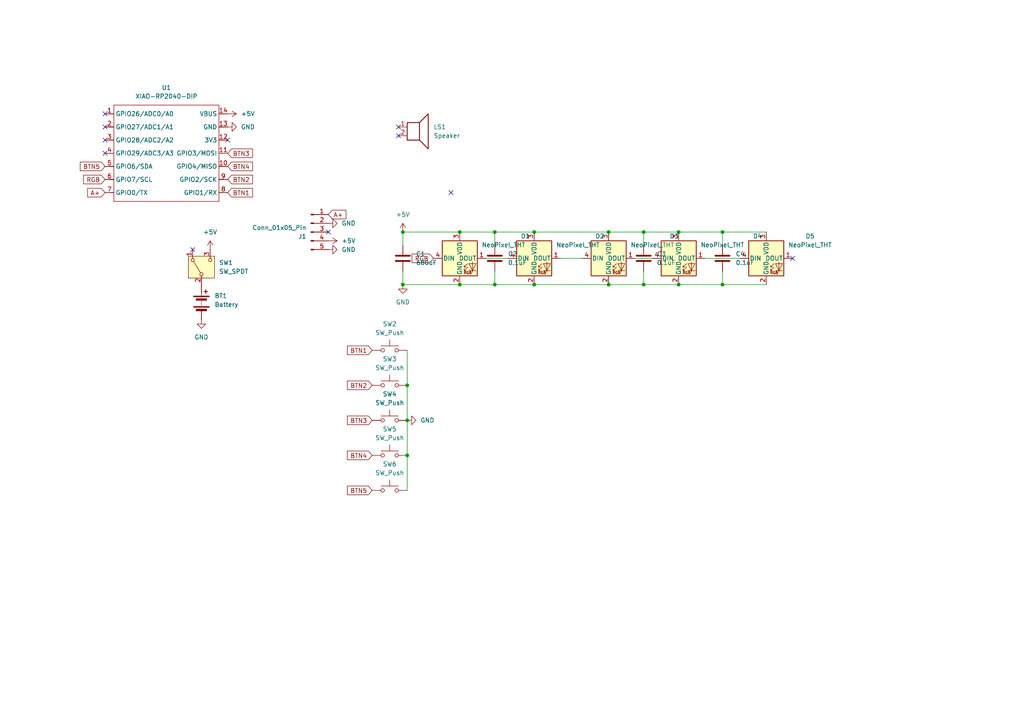
<source format=kicad_sch>
(kicad_sch (version 20250114) (generator "eeschema") (generator_version "9.0")
  (paper "A4")
  (lib_symbols
    (symbol "Connector:Conn_01x05_Pin" (pin_names (offset 1.016) (hide yes))
      (property "Reference" "J" (at 0 7.62 0))
      (property "Value" "Conn_01x05_Pin" (at 0 -7.62 0))
      (symbol "Conn_01x05_Pin_1_1"
        (rectangle (start 0.8636 5.207) (end 0 4.953) (stroke (width 0.1524)) (fill (type outline)))
        (rectangle (start 0.8636 2.667) (end 0 2.413) (stroke (width 0.1524)) (fill (type outline)))
        (rectangle (start 0.8636 0.127) (end 0 -0.127) (stroke (width 0.1524)) (fill (type outline)))
        (rectangle (start 0.8636 -2.413) (end 0 -2.667) (stroke (width 0.1524)) (fill (type outline)))
        (rectangle (start 0.8636 -4.953) (end 0 -5.207) (stroke (width 0.1524)) (fill (type outline)))
        (polyline (pts (xy 1.27 5.08) (xy 0.8636 5.08)) (stroke (width 0.1524)))
        (polyline (pts (xy 1.27 2.54) (xy 0.8636 2.54)) (stroke (width 0.1524)))
        (polyline (pts (xy 1.27 0) (xy 0.8636 0)) (stroke (width 0.1524)))
        (polyline (pts (xy 1.27 -2.54) (xy 0.8636 -2.54)) (stroke (width 0.1524)))
        (polyline (pts (xy 1.27 -5.08) (xy 0.8636 -5.08)) (stroke (width 0.1524)))
        (pin passive line (at 5.08 5.08 180) (length 3.81) (name "Pin_1") (number "1"))
        (pin passive line (at 5.08 2.54 180) (length 3.81) (name "Pin_2") (number "2"))
        (pin passive line (at 5.08 0 180) (length 3.81) (name "Pin_3") (number "3"))
        (pin passive line (at 5.08 -2.54 180) (length 3.81) (name "Pin_4") (number "4"))
        (pin passive line (at 5.08 -5.08 180) (length 3.81) (name "Pin_5") (number "5"))
      )
    )
    (symbol "Device:Battery" (pin_numbers (hide yes)) (pin_names (offset 0) (hide yes))
      (property "Reference" "BT" (at 2.54 2.54 0))
      (property "Value" "Battery" (at 2.54 0 0))
      (symbol "Battery_0_1"
        (rectangle (start -2.286 1.778) (end 2.286 1.524) (fill (type outline)))
        (rectangle (start -2.286 -1.27) (end 2.286 -1.524) (fill (type outline)))
        (rectangle (start -1.524 1.016) (end 1.524 0.508) (fill (type outline)))
        (rectangle (start -1.524 -2.032) (end 1.524 -2.54) (fill (type outline)))
        (polyline (pts (xy 0 1.778) (xy 0 2.54)))
        (polyline (pts (xy 0 0) (xy 0 0.254)))
        (polyline (pts (xy 0 -0.508) (xy 0 -0.254)))
        (polyline (pts (xy 0 -1.016) (xy 0 -0.762)))
        (polyline (pts (xy 0.762 3.048) (xy 1.778 3.048)) (stroke (width 0.254)))
        (polyline (pts (xy 1.27 3.556) (xy 1.27 2.54)) (stroke (width 0.254)))
      )
      (symbol "Battery_1_1"
        (pin passive line (at 0 5.08 270) (length 2.54) (name "+") (number "1"))
        (pin passive line (at 0 -5.08 90) (length 2.54) (name "-") (number "2"))
      )
    )
    (symbol "Device:C" (pin_numbers (hide yes)) (pin_names (offset 0.254))
      (property "Reference" "C" (at 0.635 2.54 0))
      (property "Value" "C" (at 0.635 -2.54 0))
      (symbol "C_0_1"
        (polyline (pts (xy -2.032 0.762) (xy 2.032 0.762)) (stroke (width 0.508)))
        (polyline (pts (xy -2.032 -0.762) (xy 2.032 -0.762)) (stroke (width 0.508)))
      )
      (symbol "C_1_1"
        (pin passive line (at 0 3.81 270) (length 2.794) (name "~") (number "1"))
        (pin passive line (at 0 -3.81 90) (length 2.794) (name "~") (number "2"))
      )
    )
    (symbol "Device:Speaker" (pin_names (offset 0) (hide yes))
      (property "Reference" "LS" (at 1.27 5.715 0))
      (property "Value" "Speaker" (at 1.27 3.81 0))
      (symbol "Speaker_0_0"
        (rectangle (start -2.54 1.27) (end 1.016 -3.81) (stroke (width 0.254)))
        (polyline (pts (xy 1.016 1.27) (xy 3.556 3.81) (xy 3.556 -6.35) (xy 1.016 -3.81)) (stroke (width 0.254)))
      )
      (symbol "Speaker_1_1"
        (pin input line (at -5.08 0 0) (length 2.54) (name "1") (number "1"))
        (pin input line (at -5.08 -2.54 0) (length 2.54) (name "2") (number "2"))
      )
    )
    (symbol "LED:NeoPixel_THT" (pin_names (offset 0.254))
      (property "Reference" "D" (at 5.08 5.715 0))
      (property "Value" "NeoPixel_THT" (at 1.27 -5.715 0))
      (symbol "NeoPixel_THT_0_0"
        (text "RGB" (at 2.286 -4.191 0) (effects (font (size 0.762 0.762))))
      )
      (symbol "NeoPixel_THT_0_1"
        (polyline (pts (xy 1.27 -2.54) (xy 1.778 -2.54)))
        (polyline (pts (xy 1.27 -3.556) (xy 1.778 -3.556)))
        (polyline (pts (xy 2.286 -1.524) (xy 1.27 -2.54) (xy 1.27 -2.032)))
        (polyline (pts (xy 2.286 -2.54) (xy 1.27 -3.556) (xy 1.27 -3.048)))
        (polyline (pts (xy 3.683 -1.016) (xy 3.683 -3.556) (xy 3.683 -4.064)))
        (polyline (pts (xy 4.699 -1.524) (xy 2.667 -1.524) (xy 3.683 -3.556) (xy 4.699 -1.524)))
        (polyline (pts (xy 4.699 -3.556) (xy 2.667 -3.556)))
        (rectangle (start 5.08 5.08) (end -5.08 -5.08) (stroke (width 0.254)) (fill (type background)))
      )
      (symbol "NeoPixel_THT_1_1"
        (pin input line (at -7.62 0 0) (length 2.54) (name "DIN") (number "4"))
        (pin power_in line (at 0 7.62 270) (length 2.54) (name "VDD") (number "3"))
        (pin power_in line (at 0 -7.62 90) (length 2.54) (name "GND") (number "2"))
        (pin output line (at 7.62 0 180) (length 2.54) (name "DOUT") (number "1"))
      )
    )
    (symbol "Seeed_Studio_XIAO_Series:XIAO-RP2040-DIP"
      (property "Reference" "U" (at 0 0 0))
      (property "Value" "XIAO-RP2040-DIP" (at 5.334 -1.778 0))
      (symbol "XIAO-RP2040-DIP_1_0"
        (polyline (pts (xy -1.27 -2.54) (xy 29.21 -2.54)) (stroke (width 0.1524)))
        (polyline (pts (xy -1.27 -5.08) (xy -2.54 -5.08)) (stroke (width 0.1524)))
        (polyline (pts (xy -1.27 -5.08) (xy -1.27 -2.54)) (stroke (width 0.1524)))
        (polyline (pts (xy -1.27 -8.89) (xy -2.54 -8.89)) (stroke (width 0.1524)))
        (polyline (pts (xy -1.27 -8.89) (xy -1.27 -5.08)) (stroke (width 0.1524)))
        (polyline (pts (xy -1.27 -12.7) (xy -2.54 -12.7)) (stroke (width 0.1524)))
        (polyline (pts (xy -1.27 -12.7) (xy -1.27 -8.89)) (stroke (width 0.1524)))
        (polyline (pts (xy -1.27 -16.51) (xy -2.54 -16.51)) (stroke (width 0.1524)))
        (polyline (pts (xy -1.27 -16.51) (xy -1.27 -12.7)) (stroke (width 0.1524)))
        (polyline (pts (xy -1.27 -20.32) (xy -2.54 -20.32)) (stroke (width 0.1524)))
        (polyline (pts (xy -1.27 -24.13) (xy -2.54 -24.13)) (stroke (width 0.1524)))
        (polyline (pts (xy -1.27 -27.94) (xy -2.54 -27.94)) (stroke (width 0.1524)))
        (polyline (pts (xy -1.27 -30.48) (xy -1.27 -16.51)) (stroke (width 0.1524)))
        (polyline (pts (xy 29.21 -2.54) (xy 29.21 -5.08)) (stroke (width 0.1524)))
        (polyline (pts (xy 29.21 -5.08) (xy 29.21 -8.89)) (stroke (width 0.1524)))
        (polyline (pts (xy 29.21 -8.89) (xy 29.21 -12.7)) (stroke (width 0.1524)))
        (polyline (pts (xy 29.21 -12.7) (xy 29.21 -30.48)) (stroke (width 0.1524)))
        (polyline (pts (xy 29.21 -30.48) (xy -1.27 -30.48)) (stroke (width 0.1524)))
        (polyline (pts (xy 30.48 -5.08) (xy 29.21 -5.08)) (stroke (width 0.1524)))
        (polyline (pts (xy 30.48 -8.89) (xy 29.21 -8.89)) (stroke (width 0.1524)))
        (polyline (pts (xy 30.48 -12.7) (xy 29.21 -12.7)) (stroke (width 0.1524)))
        (polyline (pts (xy 30.48 -16.51) (xy 29.21 -16.51)) (stroke (width 0.1524)))
        (polyline (pts (xy 30.48 -20.32) (xy 29.21 -20.32)) (stroke (width 0.1524)))
        (polyline (pts (xy 30.48 -24.13) (xy 29.21 -24.13)) (stroke (width 0.1524)))
        (polyline (pts (xy 30.48 -27.94) (xy 29.21 -27.94)) (stroke (width 0.1524)))
        (pin passive line (at -3.81 -5.08 0) (length 2.54) (name "GPIO26/ADC0/A0") (number "1"))
        (pin passive line (at -3.81 -8.89 0) (length 2.54) (name "GPIO27/ADC1/A1") (number "2"))
        (pin passive line (at -3.81 -12.7 0) (length 2.54) (name "GPIO28/ADC2/A2") (number "3"))
        (pin passive line (at -3.81 -16.51 0) (length 2.54) (name "GPIO29/ADC3/A3") (number "4"))
        (pin passive line (at -3.81 -20.32 0) (length 2.54) (name "GPIO6/SDA") (number "5"))
        (pin passive line (at -3.81 -24.13 0) (length 2.54) (name "GPIO7/SCL") (number "6"))
        (pin passive line (at -3.81 -27.94 0) (length 2.54) (name "GPIO0/TX") (number "7"))
        (pin passive line (at 31.75 -5.08 180) (length 2.54) (name "VBUS") (number "14"))
        (pin passive line (at 31.75 -8.89 180) (length 2.54) (name "GND") (number "13"))
        (pin passive line (at 31.75 -12.7 180) (length 2.54) (name "3V3") (number "12"))
        (pin passive line (at 31.75 -16.51 180) (length 2.54) (name "GPIO3/MOSI") (number "11"))
        (pin passive line (at 31.75 -20.32 180) (length 2.54) (name "GPIO4/MISO") (number "10"))
        (pin passive line (at 31.75 -24.13 180) (length 2.54) (name "GPIO2/SCK") (number "9"))
        (pin passive line (at 31.75 -27.94 180) (length 2.54) (name "GPIO1/RX") (number "8"))
      )
    )
    (symbol "Switch:SW_Push" (pin_numbers (hide yes)) (pin_names (offset 1.016) (hide yes))
      (property "Reference" "SW" (at 1.27 2.54 0))
      (property "Value" "SW_Push" (at 0 -1.524 0))
      (symbol "SW_Push_0_1"
        (circle (center -2.032 0) (radius 0.508))
        (polyline (pts (xy 0 1.27) (xy 0 3.048)))
        (circle (center 2.032 0) (radius 0.508))
        (polyline (pts (xy 2.54 1.27) (xy -2.54 1.27)))
        (pin passive line (at -5.08 0 0) (length 2.54) (name "1") (number "1"))
        (pin passive line (at 5.08 0 180) (length 2.54) (name "2") (number "2"))
      )
    )
    (symbol "Switch:SW_SPDT" (pin_names (offset 0) (hide yes))
      (property "Reference" "SW" (at 0 5.08 0))
      (property "Value" "SW_SPDT" (at 0 -5.08 0))
      (symbol "SW_SPDT_0_1"
        (circle (center -2.032 0) (radius 0.4572))
        (polyline (pts (xy -1.651 0.254) (xy 1.651 2.286)))
        (circle (center 2.032 2.54) (radius 0.4572))
        (circle (center 2.032 -2.54) (radius 0.4572))
      )
      (symbol "SW_SPDT_1_1"
        (rectangle (start -3.175 3.81) (end 3.175 -3.81) (fill (type background)))
        (pin passive line (at -5.08 0 0) (length 2.54) (name "B") (number "2"))
        (pin passive line (at 5.08 2.54 180) (length 2.54) (name "A") (number "1"))
        (pin passive line (at 5.08 -2.54 180) (length 2.54) (name "C") (number "3"))
      )
    )
    (symbol "power:+5V" (power) (pin_numbers (hide yes)) (pin_names (offset 0) (hide yes))
      (property "Value" "+5V" (at 0 3.556 0))
      (symbol "+5V_0_1"
        (polyline (pts (xy -0.762 1.27) (xy 0 2.54)))
        (polyline (pts (xy 0 2.54) (xy 0.762 1.27)))
        (polyline (pts (xy 0 0) (xy 0 2.54)))
      )
      (symbol "+5V_1_1"
        (pin power_in line (at 0 0 90) (length 0) (name "~") (number "1"))
      )
    )
    (symbol "power:GND" (power) (pin_numbers (hide yes)) (pin_names (offset 0) (hide yes))
      (property "Value" "GND" (at 0 -3.81 0))
      (symbol "GND_0_1"
        (polyline (pts (xy 0 0) (xy 0 -1.27) (xy 1.27 -1.27) (xy 0 -2.54) (xy -1.27 -1.27) (xy 0 -1.27)))
      )
      (symbol "GND_1_1"
        (pin power_in line (at 0 0 270) (length 0) (name "~") (number "1"))
      )
    )
  )
  (junction (at 133.35 82.55))
  (junction (at 118.11 132.08))
  (junction (at 143.51 67.31))
  (junction (at 209.55 82.55))
  (junction (at 196.85 67.31))
  (junction (at 176.53 82.55))
  (junction (at 118.11 121.92))
  (junction (at 116.84 67.31))
  (junction (at 143.51 82.55))
  (junction (at 133.35 67.31))
  (junction (at 186.69 82.55))
  (junction (at 176.53 67.31))
  (junction (at 154.94 82.55))
  (junction (at 186.69 67.31))
  (junction (at 154.94 67.31))
  (junction (at 116.84 82.55))
  (junction (at 209.55 67.31))
  (junction (at 118.11 111.76))
  (junction (at 196.85 82.55))
  (no_connect (at 130.81 55.88))
  (no_connect (at 30.48 40.64))
  (no_connect (at 55.88 72.39))
  (no_connect (at 95.25 67.31))
  (no_connect (at 30.48 33.02))
  (no_connect (at 229.87 74.93))
  (no_connect (at 115.57 36.83))
  (no_connect (at 30.48 36.83))
  (no_connect (at 115.57 39.37))
  (no_connect (at 66.04 40.64))
  (no_connect (at 30.48 44.45))
  (wire (pts (xy 143.51 82.55) (xy 154.94 82.55)))
  (wire (pts (xy 116.84 67.31) (xy 116.84 71.12)))
  (wire (pts (xy 186.69 67.31) (xy 186.69 71.12)))
  (wire (pts (xy 214.63 74.93) (xy 204.47 74.93)))
  (wire (pts (xy 143.51 67.31) (xy 143.51 71.12)))
  (wire (pts (xy 147.32 74.93) (xy 140.97 74.93)))
  (wire (pts (xy 209.55 67.31) (xy 222.25 67.31)))
  (wire (pts (xy 209.55 82.55) (xy 222.25 82.55)))
  (wire (pts (xy 118.11 111.76) (xy 118.11 121.92)))
  (wire (pts (xy 176.53 82.55) (xy 186.69 82.55)))
  (wire (pts (xy 186.69 78.74) (xy 186.69 82.55)))
  (wire (pts (xy 154.94 82.55) (xy 176.53 82.55)))
  (wire (pts (xy 133.35 82.55) (xy 143.51 82.55)))
  (wire (pts (xy 209.55 78.74) (xy 209.55 82.55)))
  (wire (pts (xy 118.11 121.92) (xy 118.11 132.08)))
  (wire (pts (xy 176.53 67.31) (xy 186.69 67.31)))
  (wire (pts (xy 209.55 67.31) (xy 209.55 71.12)))
  (wire (pts (xy 133.35 67.31) (xy 116.84 67.31)))
  (wire (pts (xy 118.11 101.6) (xy 118.11 111.76)))
  (wire (pts (xy 143.51 78.74) (xy 143.51 82.55)))
  (wire (pts (xy 118.11 132.08) (xy 118.11 142.24)))
  (wire (pts (xy 116.84 82.55) (xy 116.84 78.74)))
  (wire (pts (xy 133.35 82.55) (xy 116.84 82.55)))
  (wire (pts (xy 186.69 82.55) (xy 196.85 82.55)))
  (wire (pts (xy 196.85 67.31) (xy 209.55 67.31)))
  (wire (pts (xy 186.69 67.31) (xy 196.85 67.31)))
  (wire (pts (xy 143.51 67.31) (xy 154.94 67.31)))
  (wire (pts (xy 196.85 82.55) (xy 209.55 82.55)))
  (wire (pts (xy 133.35 67.31) (xy 143.51 67.31)))
  (wire (pts (xy 189.23 74.93) (xy 184.15 74.93)))
  (wire (pts (xy 154.94 67.31) (xy 176.53 67.31)))
  (wire (pts (xy 168.91 74.93) (xy 162.56 74.93)))
  (global_label "BTN2" (shape input) (at 107.95 111.76 180) (property "Intersheetrefs" "${INTERSHEET_REFS}" (effects (hide yes))))
  (global_label "BTN5" (shape input) (at 30.48 48.26 180) (property "Intersheetrefs" "${INTERSHEET_REFS}" (effects (hide yes))))
  (global_label "A+" (shape input) (at 95.25 62.23 0) (property "Intersheetrefs" "${INTERSHEET_REFS}" (effects (hide yes))))
  (global_label "BTN1" (shape input) (at 107.95 101.6 180) (property "Intersheetrefs" "${INTERSHEET_REFS}" (effects (hide yes))))
  (global_label "BTN4" (shape input) (at 107.95 132.08 180) (property "Intersheetrefs" "${INTERSHEET_REFS}" (effects (hide yes))))
  (global_label "RGB" (shape input) (at 30.48 52.07 180) (property "Intersheetrefs" "${INTERSHEET_REFS}" (effects (hide yes))))
  (global_label "BTN3" (shape input) (at 107.95 121.92 180) (property "Intersheetrefs" "${INTERSHEET_REFS}" (effects (hide yes))))
  (global_label "A+" (shape input) (at 30.48 55.88 180) (property "Intersheetrefs" "${INTERSHEET_REFS}" (effects (hide yes))))
  (global_label "BTN4" (shape input) (at 66.04 48.26 0) (property "Intersheetrefs" "${INTERSHEET_REFS}" (effects (hide yes))))
  (global_label "BTN3" (shape input) (at 66.04 44.45 0) (property "Intersheetrefs" "${INTERSHEET_REFS}" (effects (hide yes))))
  (global_label "BTN2" (shape input) (at 66.04 52.07 0) (property "Intersheetrefs" "${INTERSHEET_REFS}" (effects (hide yes))))
  (global_label "BTN5" (shape input) (at 107.95 142.24 180) (property "Intersheetrefs" "${INTERSHEET_REFS}" (effects (hide yes))))
  (global_label "RGB" (shape input) (at 125.73 74.93 180) (property "Intersheetrefs" "${INTERSHEET_REFS}" (effects (hide yes))))
  (global_label "BTN1" (shape input) (at 66.04 55.88 0) (property "Intersheetrefs" "${INTERSHEET_REFS}" (effects (hide yes))))
  (symbol (lib_id "LED:NeoPixel_THT") (at 196.85 74.93 0) (unit 1)
    (property "Reference" "D4" (at 219.71 68.5098 0))
    (property "Value" "NeoPixel_THT" (at 209.55 71.0498 0))
    (property "Footprint" "LED_THT:LED_D5.0mm-4_RGB_Staggered_Pins" (effects (hide yes)))
    (property "Datasheet" "https://www.adafruit.com/product/1938" (effects (hide yes)))
    (property "Description" "RGB LED with integrated controller, 5mm/8mm LED package" (effects (hide yes)))
  )
  (symbol (lib_id "LED:NeoPixel_THT") (at 176.53 74.93 0) (unit 1)
    (property "Reference" "D3" (at 195.58 68.5098 0))
    (property "Value" "NeoPixel_THT" (at 189.23 71.0498 0))
    (property "Footprint" "LED_THT:LED_D5.0mm-4_RGB_Staggered_Pins" (effects (hide yes)))
    (property "Datasheet" "https://www.adafruit.com/product/1938" (effects (hide yes)))
    (property "Description" "RGB LED with integrated controller, 5mm/8mm LED package" (effects (hide yes)))
  )
  (symbol (lib_id "power:+5V") (at 116.84 67.31 0) (unit 1)
    (property "Reference" "#PWR01" (effects (hide yes)))
    (property "Value" "+5V" (at 116.84 62.23 0))
    (property "Description" "Power symbol creates a global label with name \"+5V\"" (effects (hide yes)))
  )
  (symbol (lib_id "power:GND") (at 95.25 64.77 90) (unit 1)
    (property "Reference" "#PWR06" (effects (hide yes)))
    (property "Value" "GND" (at 99.06 64.7699 90) (effects (justify right)))
    (property "Description" "Power symbol creates a global label with name \"GND\" , ground" (effects (hide yes)))
  )
  (symbol (lib_id "Device:Battery") (at 58.42 87.63 0) (unit 1)
    (property "Reference" "BT1" (at 62.23 85.7884 0) (effects (justify left)))
    (property "Value" "Battery" (at 62.23 88.3284 0) (effects (justify left)))
    (property "Footprint" "Connector_JST:JST_PH_S2B-PH-K_1x02_P2.00mm_Horizontal" (effects (hide yes)))
    (property "Description" "Multiple-cell battery" (effects (hide yes)))
  )
  (symbol (lib_id "Device:C") (at 116.84 74.93 0) (unit 1)
    (property "Reference" "C1" (at 120.65 73.6599 0) (effects (justify left)))
    (property "Value" "680uF" (at 120.65 76.1999 0) (effects (justify left)))
    (property "Footprint" "Capacitor_THT:CP_Radial_D8.0mm_P3.50mm" (effects (hide yes)))
    (property "Description" "Unpolarized capacitor" (effects (hide yes)))
  )
  (symbol (lib_id "Device:C") (at 209.55 74.93 0) (unit 1)
    (property "Reference" "C4" (at 213.36 73.6599 0) (effects (justify left)))
    (property "Value" "0.1uF" (at 213.36 76.1999 0) (effects (justify left)))
    (property "Footprint" "Capacitor_THT:CP_Radial_D5.0mm_P2.50mm" (effects (hide yes)))
    (property "Description" "Unpolarized capacitor" (effects (hide yes)))
  )
  (symbol (lib_id "Device:C") (at 143.51 74.93 0) (unit 1)
    (property "Reference" "C2" (at 147.32 73.6599 0) (effects (justify left)))
    (property "Value" "0.1uF" (at 147.32 76.1999 0) (effects (justify left)))
    (property "Footprint" "Capacitor_THT:CP_Radial_D5.0mm_P2.50mm" (effects (hide yes)))
    (property "Description" "Unpolarized capacitor" (effects (hide yes)))
  )
  (symbol (lib_id "power:GND") (at 95.25 72.39 90) (unit 1)
    (property "Reference" "#PWR08" (effects (hide yes)))
    (property "Value" "GND" (at 99.06 72.3899 90) (effects (justify right)))
    (property "Description" "Power symbol creates a global label with name \"GND\" , ground" (effects (hide yes)))
  )
  (symbol (lib_id "power:GND") (at 116.84 82.55 0) (unit 1)
    (property "Reference" "#PWR02" (effects (hide yes)))
    (property "Value" "GND" (at 116.84 87.63 0))
    (property "Description" "Power symbol creates a global label with name \"GND\" , ground" (effects (hide yes)))
  )
  (symbol (lib_id "LED:NeoPixel_THT") (at 222.25 74.93 0) (unit 1)
    (property "Reference" "D5" (at 234.95 68.5098 0))
    (property "Value" "NeoPixel_THT" (at 234.95 71.0498 0))
    (property "Footprint" "LED_THT:LED_D5.0mm-4_RGB_Staggered_Pins" (effects (hide yes)))
    (property "Datasheet" "https://www.adafruit.com/product/1938" (effects (hide yes)))
    (property "Description" "RGB LED with integrated controller, 5mm/8mm LED package" (effects (hide yes)))
  )
  (symbol (lib_id "Connector:Conn_01x05_Pin") (at 90.17 67.31 0) (unit 1)
    (property "Reference" "J1" (at 88.9 68.5801 0) (effects (justify right)))
    (property "Value" "Conn_01x05_Pin" (at 88.9 66.0401 0) (effects (justify right)))
    (property "Footprint" "Connector_PinSocket_2.54mm:PinSocket_1x05_P2.54mm_Horizontal" (effects (hide yes)))
    (property "Description" "Generic connector, single row, 01x05, script generated" (effects (hide yes)))
  )
  (symbol (lib_id "Device:Speaker") (at 120.65 36.83 0) (unit 1)
    (property "Reference" "LS1" (at 125.73 36.8299 0) (effects (justify left)))
    (property "Value" "Speaker" (at 125.73 39.3699 0) (effects (justify left)))
    (property "Description" "Speaker" (effects (hide yes)))
  )
  (symbol (lib_id "LED:NeoPixel_THT") (at 154.94 74.93 0) (unit 1)
    (property "Reference" "D2" (at 173.99 68.5098 0))
    (property "Value" "NeoPixel_THT" (at 167.64 71.0498 0))
    (property "Footprint" "LED_THT:LED_D5.0mm-4_RGB_Staggered_Pins" (effects (hide yes)))
    (property "Datasheet" "https://www.adafruit.com/product/1938" (effects (hide yes)))
    (property "Description" "RGB LED with integrated controller, 5mm/8mm LED package" (effects (hide yes)))
  )
  (symbol (lib_id "power:GND") (at 118.11 121.92 90) (unit 1)
    (property "Reference" "#PWR05" (effects (hide yes)))
    (property "Value" "GND" (at 121.92 121.9199 90) (effects (justify right)))
    (property "Description" "Power symbol creates a global label with name \"GND\" , ground" (effects (hide yes)))
  )
  (symbol (lib_id "power:GND") (at 66.04 36.83 90) (unit 1)
    (property "Reference" "#PWR010" (effects (hide yes)))
    (property "Value" "GND" (at 69.85 36.8299 90) (effects (justify right)))
    (property "Description" "Power symbol creates a global label with name \"GND\" , ground" (effects (hide yes)))
  )
  (symbol (lib_id "Switch:SW_Push") (at 113.03 142.24 0) (unit 1)
    (property "Reference" "SW6" (at 113.03 134.62 0))
    (property "Value" "SW_Push" (at 113.03 137.16 0))
    (property "Footprint" "Button_Switch_THT:SW_PUSH-12mm_Wuerth-430476085716" (effects (hide yes)))
    (property "Description" "Push button switch, generic, two pins" (effects (hide yes)))
  )
  (symbol (lib_id "Switch:SW_Push") (at 113.03 111.76 0) (unit 1)
    (property "Reference" "SW3" (at 113.03 104.14 0))
    (property "Value" "SW_Push" (at 113.03 106.68 0))
    (property "Footprint" "Button_Switch_THT:SW_PUSH-12mm_Wuerth-430476085716" (effects (hide yes)))
    (property "Description" "Push button switch, generic, two pins" (effects (hide yes)))
  )
  (symbol (lib_id "Switch:SW_Push") (at 113.03 101.6 0) (unit 1)
    (property "Reference" "SW2" (at 113.03 93.98 0))
    (property "Value" "SW_Push" (at 113.03 96.52 0))
    (property "Footprint" "Button_Switch_THT:SW_PUSH-12mm_Wuerth-430476085716" (effects (hide yes)))
    (property "Description" "Push button switch, generic, two pins" (effects (hide yes)))
  )
  (symbol (lib_id "Switch:SW_Push") (at 113.03 121.92 0) (unit 1)
    (property "Reference" "SW4" (at 113.03 114.3 0))
    (property "Value" "SW_Push" (at 113.03 116.84 0))
    (property "Footprint" "Button_Switch_THT:SW_PUSH-12mm_Wuerth-430476085716" (effects (hide yes)))
    (property "Description" "Push button switch, generic, two pins" (effects (hide yes)))
  )
  (symbol (lib_id "power:+5V") (at 95.25 69.85 270) (unit 1)
    (property "Reference" "#PWR07" (effects (hide yes)))
    (property "Value" "+5V" (at 99.06 69.8499 90) (effects (justify left)))
    (property "Description" "Power symbol creates a global label with name \"+5V\"" (effects (hide yes)))
  )
  (symbol (lib_id "power:+5V") (at 60.96 72.39 0) (unit 1)
    (property "Reference" "#PWR03" (effects (hide yes)))
    (property "Value" "+5V" (at 60.96 67.31 0))
    (property "Description" "Power symbol creates a global label with name \"+5V\"" (effects (hide yes)))
  )
  (symbol (lib_id "Seeed_Studio_XIAO_Series:XIAO-RP2040-DIP") (at 34.29 27.94 0) (unit 1)
    (property "Reference" "U1" (at 48.26 25.4 0))
    (property "Value" "XIAO-RP2040-DIP" (at 48.26 27.94 0))
    (property "Footprint" "XIAO_PCB:XIAO-RP2040-DIP" (effects (hide yes)))
  )
  (symbol (lib_id "Switch:SW_SPDT") (at 58.42 77.47 90) (unit 1)
    (property "Reference" "SW1" (at 63.5 76.1999 90) (effects (justify right)))
    (property "Value" "SW_SPDT" (at 63.5 78.7399 90) (effects (justify right)))
    (property "Footprint" "Button_Switch_THT:SW_E-Switch_EG1271_SPDT" (effects (hide yes)))
    (property "Description" "Switch, single pole double throw" (effects (hide yes)))
  )
  (symbol (lib_id "LED:NeoPixel_THT") (at 133.35 74.93 0) (unit 1)
    (property "Reference" "D1" (at 152.4 68.5098 0))
    (property "Value" "NeoPixel_THT" (at 146.05 71.0498 0))
    (property "Footprint" "LED_THT:LED_D5.0mm-4_RGB_Staggered_Pins" (effects (hide yes)))
    (property "Datasheet" "https://www.adafruit.com/product/1938" (effects (hide yes)))
    (property "Description" "RGB LED with integrated controller, 5mm/8mm LED package" (effects (hide yes)))
  )
  (symbol (lib_id "Switch:SW_Push") (at 113.03 132.08 0) (unit 1)
    (property "Reference" "SW5" (at 113.03 124.46 0))
    (property "Value" "SW_Push" (at 113.03 127 0))
    (property "Footprint" "Button_Switch_THT:SW_PUSH-12mm_Wuerth-430476085716" (effects (hide yes)))
    (property "Description" "Push button switch, generic, two pins" (effects (hide yes)))
  )
  (symbol (lib_id "power:GND") (at 58.42 92.71 0) (unit 1)
    (property "Reference" "#PWR04" (effects (hide yes)))
    (property "Value" "GND" (at 58.42 97.79 0))
    (property "Description" "Power symbol creates a global label with name \"GND\" , ground" (effects (hide yes)))
  )
  (symbol (lib_id "Device:C") (at 186.69 74.93 0) (unit 1)
    (property "Reference" "C3" (at 190.5 73.6599 0) (effects (justify left)))
    (property "Value" "0.1uF" (at 190.5 76.1999 0) (effects (justify left)))
    (property "Footprint" "Capacitor_THT:CP_Radial_D5.0mm_P2.50mm" (effects (hide yes)))
    (property "Description" "Unpolarized capacitor" (effects (hide yes)))
  )
  (symbol (lib_id "power:+5V") (at 66.04 33.02 270) (unit 1)
    (property "Reference" "#PWR09" (effects (hide yes)))
    (property "Value" "+5V" (at 69.85 33.0199 90) (effects (justify left)))
    (property "Description" "Power symbol creates a global label with name \"+5V\"" (effects (hide yes)))
  )
)
</source>
